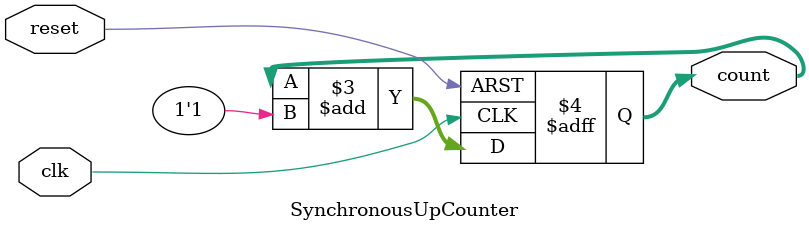
<source format=v>
module SynchronousUpCounter(
	input clk, reset,
	output reg [3:0] count);
always@(posedge clk or negedge reset)
  begin
    if(!reset)
	count <= 4'b0000;
    else
	count <= count + 1'b1;
  end
endmodule

</source>
